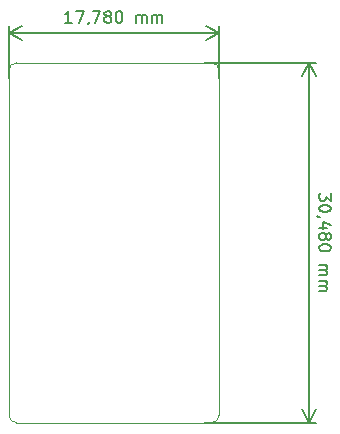
<source format=gbr>
%TF.GenerationSoftware,KiCad,Pcbnew,5.1.5+dfsg1-2~bpo10+1*%
%TF.CreationDate,Date%
%TF.ProjectId,ProMicro_ANA,50726f4d-6963-4726-9f5f-414e412e6b69,v1.0*%
%TF.SameCoordinates,Original*%
%TF.FileFunction,OtherDrawing,Comment*%
%FSLAX45Y45*%
G04 Gerber Fmt 4.5, Leading zero omitted, Abs format (unit mm)*
G04 Created by KiCad*
%MOMM*%
%LPD*%
G04 APERTURE LIST*
%ADD10C,0.150000*%
%ADD11C,0.100000*%
G04 APERTURE END LIST*
D10*
X2597762Y1816048D02*
X2597762Y1754143D01*
X2559667Y1787476D01*
X2559667Y1773190D01*
X2554905Y1763667D01*
X2550143Y1758905D01*
X2540619Y1754143D01*
X2516810Y1754143D01*
X2507286Y1758905D01*
X2502524Y1763667D01*
X2497762Y1773190D01*
X2497762Y1801762D01*
X2502524Y1811286D01*
X2507286Y1816048D01*
X2597762Y1692238D02*
X2597762Y1682714D01*
X2593000Y1673190D01*
X2588238Y1668429D01*
X2578714Y1663667D01*
X2559667Y1658905D01*
X2535857Y1658905D01*
X2516810Y1663667D01*
X2507286Y1668429D01*
X2502524Y1673190D01*
X2497762Y1682714D01*
X2497762Y1692238D01*
X2502524Y1701762D01*
X2507286Y1706524D01*
X2516810Y1711286D01*
X2535857Y1716048D01*
X2559667Y1716048D01*
X2578714Y1711286D01*
X2588238Y1706524D01*
X2593000Y1701762D01*
X2597762Y1692238D01*
X2502524Y1611286D02*
X2497762Y1611286D01*
X2488238Y1616048D01*
X2483476Y1620810D01*
X2564429Y1525571D02*
X2497762Y1525571D01*
X2602524Y1549381D02*
X2531095Y1573190D01*
X2531095Y1511286D01*
X2554905Y1458905D02*
X2559667Y1468429D01*
X2564429Y1473190D01*
X2573952Y1477952D01*
X2578714Y1477952D01*
X2588238Y1473190D01*
X2593000Y1468429D01*
X2597762Y1458905D01*
X2597762Y1439857D01*
X2593000Y1430333D01*
X2588238Y1425571D01*
X2578714Y1420810D01*
X2573952Y1420810D01*
X2564429Y1425571D01*
X2559667Y1430333D01*
X2554905Y1439857D01*
X2554905Y1458905D01*
X2550143Y1468429D01*
X2545381Y1473190D01*
X2535857Y1477952D01*
X2516810Y1477952D01*
X2507286Y1473190D01*
X2502524Y1468429D01*
X2497762Y1458905D01*
X2497762Y1439857D01*
X2502524Y1430333D01*
X2507286Y1425571D01*
X2516810Y1420810D01*
X2535857Y1420810D01*
X2545381Y1425571D01*
X2550143Y1430333D01*
X2554905Y1439857D01*
X2597762Y1358905D02*
X2597762Y1349381D01*
X2593000Y1339857D01*
X2588238Y1335095D01*
X2578714Y1330333D01*
X2559667Y1325572D01*
X2535857Y1325572D01*
X2516810Y1330333D01*
X2507286Y1335095D01*
X2502524Y1339857D01*
X2497762Y1349381D01*
X2497762Y1358905D01*
X2502524Y1368429D01*
X2507286Y1373191D01*
X2516810Y1377952D01*
X2535857Y1382714D01*
X2559667Y1382714D01*
X2578714Y1377952D01*
X2588238Y1373191D01*
X2593000Y1368429D01*
X2597762Y1358905D01*
X2497762Y1206524D02*
X2564429Y1206524D01*
X2554905Y1206524D02*
X2559667Y1201762D01*
X2564429Y1192238D01*
X2564429Y1177952D01*
X2559667Y1168429D01*
X2550143Y1163667D01*
X2497762Y1163667D01*
X2550143Y1163667D02*
X2559667Y1158905D01*
X2564429Y1149381D01*
X2564429Y1135095D01*
X2559667Y1125572D01*
X2550143Y1120810D01*
X2497762Y1120810D01*
X2497762Y1073191D02*
X2564429Y1073191D01*
X2554905Y1073191D02*
X2559667Y1068429D01*
X2564429Y1058905D01*
X2564429Y1044619D01*
X2559667Y1035095D01*
X2550143Y1030333D01*
X2497762Y1030333D01*
X2550143Y1030333D02*
X2559667Y1025571D01*
X2564429Y1016048D01*
X2564429Y1001762D01*
X2559667Y992238D01*
X2550143Y987476D01*
X2497762Y987476D01*
X2413000Y2921000D02*
X2413000Y-127000D01*
X1524000Y2921000D02*
X2471642Y2921000D01*
X1524000Y-127000D02*
X2471642Y-127000D01*
X2413000Y-127000D02*
X2354358Y-14350D01*
X2413000Y-127000D02*
X2471642Y-14350D01*
X2413000Y2921000D02*
X2354358Y2808350D01*
X2413000Y2921000D02*
X2471642Y2808350D01*
X404857Y3259762D02*
X347714Y3259762D01*
X376286Y3259762D02*
X376286Y3359762D01*
X366762Y3345476D01*
X357238Y3335952D01*
X347714Y3331190D01*
X438190Y3359762D02*
X504857Y3359762D01*
X462000Y3259762D01*
X547714Y3264524D02*
X547714Y3259762D01*
X542952Y3250238D01*
X538190Y3245476D01*
X581048Y3359762D02*
X647714Y3359762D01*
X604857Y3259762D01*
X700095Y3316905D02*
X690571Y3321667D01*
X685810Y3326429D01*
X681048Y3335952D01*
X681048Y3340714D01*
X685810Y3350238D01*
X690571Y3355000D01*
X700095Y3359762D01*
X719143Y3359762D01*
X728667Y3355000D01*
X733428Y3350238D01*
X738190Y3340714D01*
X738190Y3335952D01*
X733428Y3326429D01*
X728667Y3321667D01*
X719143Y3316905D01*
X700095Y3316905D01*
X690571Y3312143D01*
X685810Y3307381D01*
X681048Y3297857D01*
X681048Y3278810D01*
X685810Y3269286D01*
X690571Y3264524D01*
X700095Y3259762D01*
X719143Y3259762D01*
X728667Y3264524D01*
X733428Y3269286D01*
X738190Y3278810D01*
X738190Y3297857D01*
X733428Y3307381D01*
X728667Y3312143D01*
X719143Y3316905D01*
X800095Y3359762D02*
X809619Y3359762D01*
X819143Y3355000D01*
X823905Y3350238D01*
X828667Y3340714D01*
X833428Y3321667D01*
X833428Y3297857D01*
X828667Y3278810D01*
X823905Y3269286D01*
X819143Y3264524D01*
X809619Y3259762D01*
X800095Y3259762D01*
X790571Y3264524D01*
X785809Y3269286D01*
X781048Y3278810D01*
X776286Y3297857D01*
X776286Y3321667D01*
X781048Y3340714D01*
X785809Y3350238D01*
X790571Y3355000D01*
X800095Y3359762D01*
X952476Y3259762D02*
X952476Y3326429D01*
X952476Y3316905D02*
X957238Y3321667D01*
X966762Y3326429D01*
X981048Y3326429D01*
X990571Y3321667D01*
X995333Y3312143D01*
X995333Y3259762D01*
X995333Y3312143D02*
X1000095Y3321667D01*
X1009619Y3326429D01*
X1023905Y3326429D01*
X1033428Y3321667D01*
X1038190Y3312143D01*
X1038190Y3259762D01*
X1085810Y3259762D02*
X1085810Y3326429D01*
X1085810Y3316905D02*
X1090571Y3321667D01*
X1100095Y3326429D01*
X1114381Y3326429D01*
X1123905Y3321667D01*
X1128667Y3312143D01*
X1128667Y3259762D01*
X1128667Y3312143D02*
X1133429Y3321667D01*
X1142952Y3326429D01*
X1157238Y3326429D01*
X1166762Y3321667D01*
X1171524Y3312143D01*
X1171524Y3259762D01*
X-127000Y3175000D02*
X1651000Y3175000D01*
X-127000Y2794000D02*
X-127000Y3233642D01*
X1651000Y2794000D02*
X1651000Y3233642D01*
X1651000Y3175000D02*
X1538350Y3116358D01*
X1651000Y3175000D02*
X1538350Y3233642D01*
X-127000Y3175000D02*
X-14350Y3116358D01*
X-127000Y3175000D02*
X-14350Y3233642D01*
D11*
X-63500Y-127000D02*
G75*
G02X-127000Y-63500I0J63500D01*
G01*
X1651000Y-63500D02*
G75*
G02X1587500Y-127000I-63500J0D01*
G01*
X1587500Y2921000D02*
G75*
G02X1651000Y2857500I0J-63500D01*
G01*
X-127000Y2857500D02*
G75*
G02X-63500Y2921000I63500J0D01*
G01*
X-127000Y-63500D02*
X-127000Y2857500D01*
X1587500Y-127000D02*
X-63500Y-127000D01*
X1651000Y2857500D02*
X1651000Y-63500D01*
X-63500Y2921000D02*
X1587500Y2921000D01*
M02*

</source>
